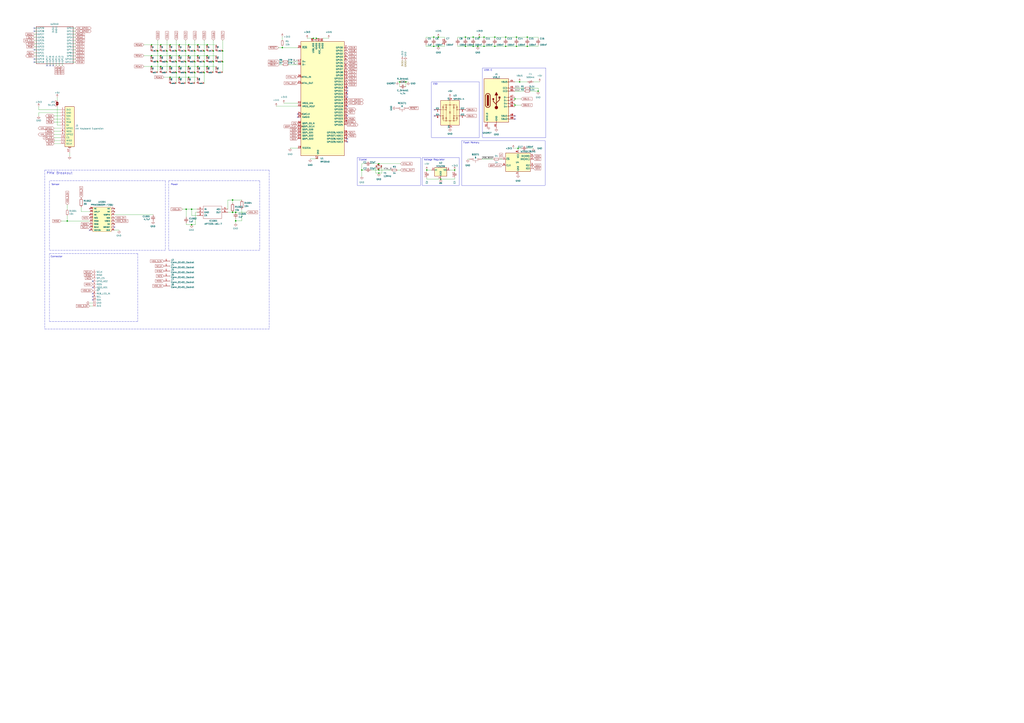
<source format=kicad_sch>
(kicad_sch (version 20230121) (generator eeschema)
  (paper "A1")
  (junction (at 422.91 86.36))
  (junction (at 433.07 38.1))
  (junction (at 350.52 139.7) (diameter 0.9144))
  (junction (at 154.94 63.5))
  (junction (at 132.08 54.61))
  (junction (at 167.64 59.69))
  (junction (at 356.235 30.48))
  (junction (at 388.62 30.48))
  (junction (at 397.51 38.1))
  (junction (at 124.46 54.61))
  (junction (at 170.18 45.72))
  (junction (at 139.7 63.5))
  (junction (at 425.45 121.92))
  (junction (at 406.4 38.1))
  (junction (at 191.008 164.338) (diameter 1.016))
  (junction (at 311.15 139.7))
  (junction (at 144.78 41.91))
  (junction (at 124.46 45.72))
  (junction (at 147.32 54.61))
  (junction (at 160.02 59.69))
  (junction (at 193.548 174.498) (diameter 1.016))
  (junction (at 297.18 139.7))
  (junction (at 426.72 67.31))
  (junction (at 154.94 36.83))
  (junction (at 139.7 45.72))
  (junction (at 162.56 36.83))
  (junction (at 147.32 36.83))
  (junction (at 167.64 50.8))
  (junction (at 162.56 54.61))
  (junction (at 257.302 31.496))
  (junction (at 162.56 45.72))
  (junction (at 415.29 38.1))
  (junction (at 356.235 38.1))
  (junction (at 193.548 181.483) (diameter 1.016))
  (junction (at 137.16 50.8))
  (junction (at 152.4 50.8))
  (junction (at 382.27 38.1))
  (junction (at 124.46 36.83))
  (junction (at 433.07 30.48))
  (junction (at 154.94 45.72))
  (junction (at 157.353 171.958) (diameter 1.016))
  (junction (at 139.7 36.83))
  (junction (at 152.908 171.958) (diameter 1.016))
  (junction (at 191.008 174.498) (diameter 1.016))
  (junction (at 231.902 39.116))
  (junction (at 406.4 30.48))
  (junction (at 424.18 30.48))
  (junction (at 154.94 54.61))
  (junction (at 361.95 147.32) (diameter 0.9144))
  (junction (at 333.375 67.31))
  (junction (at 129.54 50.8))
  (junction (at 129.54 41.91))
  (junction (at 393.7 30.48))
  (junction (at 415.29 30.48))
  (junction (at 328.295 67.31))
  (junction (at 424.18 38.1))
  (junction (at 167.64 41.91))
  (junction (at 132.08 45.72))
  (junction (at 170.18 36.83))
  (junction (at 397.51 30.48))
  (junction (at 160.02 41.91))
  (junction (at 137.16 41.91))
  (junction (at 441.96 74.93))
  (junction (at 422.91 81.28))
  (junction (at 182.88 41.91))
  (junction (at 147.32 45.72))
  (junction (at 144.78 59.69))
  (junction (at 175.26 50.8))
  (junction (at 311.15 142.24))
  (junction (at 139.7 54.61))
  (junction (at 360.045 30.48))
  (junction (at 311.15 134.62))
  (junction (at 147.32 63.5))
  (junction (at 382.27 30.48))
  (junction (at 392.43 38.1))
  (junction (at 55.245 181.61) (diameter 1.016))
  (junction (at 132.08 36.83))
  (junction (at 388.62 38.1))
  (junction (at 259.842 31.496))
  (junction (at 175.26 41.91))
  (junction (at 157.353 184.658) (diameter 1.016))
  (junction (at 373.38 139.7) (diameter 0.9144))
  (junction (at 170.18 54.61))
  (junction (at 144.78 50.8))
  (junction (at 152.4 41.91))
  (junction (at 152.4 59.69))
  (junction (at 160.02 50.8))
  (junction (at 360.045 38.1))
  (junction (at 182.88 50.8))
  (no_connect (at 28.194 51.054))
  (no_connect (at 73.66 189.23))
  (no_connect (at 285.242 94.996))
  (no_connect (at 43.688 53.848))
  (no_connect (at 285.242 72.136))
  (no_connect (at 93.98 186.69))
  (no_connect (at 76.2 246.38))
  (no_connect (at 244.602 96.266))
  (no_connect (at 285.242 87.376))
  (no_connect (at 41.148 53.848))
  (no_connect (at 28.194 40.894))
  (no_connect (at 422.91 97.79))
  (no_connect (at 244.602 93.726))
  (no_connect (at 285.242 114.046))
  (no_connect (at 76.2 236.22))
  (no_connect (at 28.194 48.514))
  (no_connect (at 285.242 77.216))
  (no_connect (at 422.91 95.25))
  (no_connect (at 28.194 23.114))
  (no_connect (at 76.2 243.84))
  (no_connect (at 285.242 74.676))
  (no_connect (at 285.242 116.586))
  (no_connect (at 356.87 95.25))
  (no_connect (at 28.194 25.654))
  (no_connect (at 356.87 90.17))
  (no_connect (at 285.242 79.756))
  (no_connect (at 76.2 231.14))
  (no_connect (at 38.608 53.848))
  (no_connect (at 76.2 241.3))
  (wire (pts (xy 435.61 72.39) (xy 441.96 72.39)))
  (wire (pts (xy 182.88 33.02) (xy 182.88 41.91)))
  (wire (pts (xy 349.885 38.1) (xy 356.235 38.1)))
  (wire (pts (xy 160.02 33.02) (xy 160.02 41.91)))
  (wire (pts (xy 382.27 38.1) (xy 388.62 38.1)))
  (wire (pts (xy 46.99 80.01) (xy 46.99 82.55)))
  (wire (pts (xy 328.295 67.31) (xy 328.295 71.12)))
  (wire (pts (xy 182.88 41.91) (xy 182.88 50.8)))
  (wire (pts (xy 41.148 53.848) (xy 41.148 52.324)))
  (wire (pts (xy 259.842 31.496) (xy 262.382 31.496)))
  (wire (pts (xy 397.51 38.1) (xy 397.51 36.83)))
  (wire (pts (xy 365.125 38.1) (xy 365.125 36.83)))
  (wire (pts (xy 38.608 53.848) (xy 38.608 52.324)))
  (wire (pts (xy 46.228 53.848) (xy 46.228 52.324)))
  (wire (pts (xy 313.69 142.24) (xy 311.15 142.24)))
  (wire (pts (xy 162.56 36.83) (xy 170.18 36.83)))
  (wire (pts (xy 73.66 248.92) (xy 76.2 248.92)))
  (wire (pts (xy 118.11 36.83) (xy 124.46 36.83)))
  (wire (pts (xy 144.78 41.91) (xy 144.78 50.8)))
  (wire (pts (xy 160.02 59.69) (xy 160.02 68.58)))
  (wire (pts (xy 375.92 31.75) (xy 375.92 30.48)))
  (wire (pts (xy 55.245 168.275) (xy 55.245 172.085)))
  (wire (pts (xy 162.56 45.72) (xy 170.18 45.72)))
  (wire (pts (xy 28.194 30.734) (xy 29.718 30.734)))
  (wire (pts (xy 44.45 100.33) (xy 49.53 100.33)))
  (wire (pts (xy 31.75 92.71) (xy 31.75 95.25)))
  (wire (pts (xy 118.11 45.72) (xy 124.46 45.72)))
  (wire (pts (xy 152.908 184.658) (xy 152.908 183.388)))
  (wire (pts (xy 350.52 139.7) (xy 354.33 139.7)))
  (wire (pts (xy 93.98 189.23) (xy 97.79 189.23)))
  (wire (pts (xy 43.688 53.848) (xy 43.688 52.324)))
  (wire (pts (xy 149.733 171.958) (xy 152.908 171.958)))
  (wire (pts (xy 28.194 25.654) (xy 29.718 25.654)))
  (wire (pts (xy 382.27 30.48) (xy 382.27 31.75)))
  (wire (pts (xy 154.94 63.5) (xy 162.56 63.5)))
  (wire (pts (xy 264.922 31.496) (xy 270.002 31.496)))
  (wire (pts (xy 433.07 38.1) (xy 433.07 36.83)))
  (wire (pts (xy 422.91 81.28) (xy 422.91 82.55)))
  (wire (pts (xy 441.96 30.48) (xy 441.96 31.75)))
  (polyline (pts (xy 138.43 148.59) (xy 213.36 148.59)) (stroke (width 0) (type dash)))
  (polyline (pts (xy 138.43 148.59) (xy 138.43 205.74)) (stroke (width 0) (type dash)))
  (wire (pts (xy 388.62 30.48) (xy 382.27 30.48)))
  (wire (pts (xy 422.91 81.28) (xy 427.99 81.28)))
  (wire (pts (xy 397.51 38.1) (xy 406.4 38.1)))
  (wire (pts (xy 170.18 54.61) (xy 177.8 54.61)))
  (wire (pts (xy 308.61 142.24) (xy 311.15 142.24)))
  (wire (pts (xy 60.198 23.114) (xy 61.722 23.114)))
  (wire (pts (xy 424.18 30.48) (xy 424.18 31.75)))
  (wire (pts (xy 311.15 139.7) (xy 321.31 139.7)))
  (wire (pts (xy 139.7 54.61) (xy 147.32 54.61)))
  (wire (pts (xy 152.4 50.8) (xy 152.4 59.69)))
  (wire (pts (xy 44.45 110.49) (xy 49.53 110.49)))
  (wire (pts (xy 415.29 38.1) (xy 424.18 38.1)))
  (wire (pts (xy 44.45 95.25) (xy 49.53 95.25)))
  (polyline (pts (xy 213.36 205.74) (xy 138.43 205.74)) (stroke (width 0) (type dash)))
  (wire (pts (xy 236.982 50.546) (xy 244.602 50.546)))
  (wire (pts (xy 167.64 41.91) (xy 167.64 50.8)))
  (wire (pts (xy 333.375 67.31) (xy 335.28 67.31)))
  (wire (pts (xy 31.75 87.63) (xy 31.75 90.17)))
  (wire (pts (xy 326.39 67.31) (xy 328.295 67.31)))
  (wire (pts (xy 157.353 177.038) (xy 157.353 171.958)))
  (polyline (pts (xy 40.64 208.28) (xy 113.03 208.28)) (stroke (width 0) (type dash)))
  (wire (pts (xy 161.798 177.038) (xy 157.353 177.038)))
  (wire (pts (xy 60.198 30.734) (xy 61.722 30.734)))
  (wire (pts (xy 228.727 39.116) (xy 231.902 39.116)))
  (wire (pts (xy 60.198 40.894) (xy 61.722 40.894)))
  (wire (pts (xy 356.235 38.1) (xy 360.045 38.1)))
  (wire (pts (xy 435.61 74.93) (xy 441.96 74.93)))
  (wire (pts (xy 365.125 30.48) (xy 365.125 31.75)))
  (wire (pts (xy 132.08 45.72) (xy 139.7 45.72)))
  (wire (pts (xy 422.91 74.93) (xy 430.53 74.93)))
  (wire (pts (xy 46.99 87.63) (xy 46.99 102.87)))
  (wire (pts (xy 433.07 30.48) (xy 441.96 30.48)))
  (wire (pts (xy 388.62 36.83) (xy 388.62 38.1)))
  (wire (pts (xy 60.198 51.054) (xy 61.722 51.054)))
  (wire (pts (xy 73.66 173.99) (xy 66.675 173.99)))
  (polyline (pts (xy 36.83 270.51) (xy 220.98 270.51)) (stroke (width 0) (type dash)))
  (polyline (pts (xy 135.89 205.74) (xy 40.64 205.74)) (stroke (width 0) (type dash)))
  (wire (pts (xy 392.43 38.1) (xy 397.51 38.1)))
  (wire (pts (xy 308.61 137.16) (xy 308.61 142.24)))
  (wire (pts (xy 66.675 173.99) (xy 66.675 170.18)))
  (wire (pts (xy 360.045 30.48) (xy 356.235 30.48)))
  (polyline (pts (xy 40.64 208.28) (xy 40.64 264.16)) (stroke (width 0) (type dash)))
  (wire (pts (xy 350.52 146.05) (xy 350.52 147.32)))
  (wire (pts (xy 167.64 33.02) (xy 167.64 41.91)))
  (wire (pts (xy 297.18 134.62) (xy 297.18 139.7)))
  (wire (pts (xy 139.7 63.5) (xy 147.32 63.5)))
  (wire (pts (xy 384.175 130.81) (xy 385.445 130.81)))
  (wire (pts (xy 425.45 121.92) (xy 427.99 121.92)))
  (wire (pts (xy 73.66 251.46) (xy 76.2 251.46)))
  (wire (pts (xy 170.18 36.83) (xy 177.8 36.83)))
  (wire (pts (xy 425.45 121.92) (xy 425.45 123.19)))
  (wire (pts (xy 193.548 174.498) (xy 202.438 174.498)))
  (wire (pts (xy 60.198 43.434) (xy 61.722 43.434)))
  (polyline (pts (xy 41.275 148.59) (xy 135.89 148.59)) (stroke (width 0) (type dash)))
  (wire (pts (xy 349.885 30.48) (xy 349.885 31.75)))
  (wire (pts (xy 144.78 33.02) (xy 144.78 41.91)))
  (wire (pts (xy 229.362 53.086) (xy 231.902 53.086)))
  (wire (pts (xy 160.528 174.498) (xy 160.528 184.658)))
  (wire (pts (xy 144.78 59.69) (xy 144.78 68.58)))
  (wire (pts (xy 361.95 147.32) (xy 350.52 147.32)))
  (wire (pts (xy 193.548 181.483) (xy 193.548 183.388)))
  (wire (pts (xy 421.64 121.92) (xy 425.45 121.92)))
  (wire (pts (xy 361.95 147.32) (xy 373.38 147.32)))
  (wire (pts (xy 132.08 36.83) (xy 139.7 36.83)))
  (polyline (pts (xy 36.83 139.7) (xy 36.83 270.51)) (stroke (width 0) (type dash)))
  (wire (pts (xy 152.4 59.69) (xy 152.4 68.58)))
  (wire (pts (xy 415.29 30.48) (xy 415.29 31.75)))
  (wire (pts (xy 433.07 38.1) (xy 441.96 38.1)))
  (wire (pts (xy 297.18 139.7) (xy 297.18 144.78)))
  (wire (pts (xy 388.62 30.48) (xy 388.62 31.75)))
  (wire (pts (xy 28.194 28.194) (xy 29.718 28.194)))
  (wire (pts (xy 297.18 139.7) (xy 299.72 139.7)))
  (wire (pts (xy 170.18 45.72) (xy 177.8 45.72)))
  (wire (pts (xy 51.308 53.848) (xy 51.308 52.324)))
  (wire (pts (xy 231.902 37.846) (xy 231.902 39.116)))
  (wire (pts (xy 441.96 38.1) (xy 441.96 36.83)))
  (wire (pts (xy 395.605 130.81) (xy 405.13 130.81)))
  (wire (pts (xy 48.768 53.848) (xy 48.768 52.324)))
  (wire (pts (xy 129.54 33.02) (xy 129.54 41.91)))
  (wire (pts (xy 231.902 30.226) (xy 231.902 32.766)))
  (wire (pts (xy 152.4 41.91) (xy 152.4 50.8)))
  (wire (pts (xy 191.008 164.338) (xy 198.628 164.338)))
  (polyline (pts (xy 135.89 148.59) (xy 135.89 205.74)) (stroke (width 0) (type dash)))
  (wire (pts (xy 28.194 38.354) (xy 29.718 38.354)))
  (wire (pts (xy 304.8 134.62) (xy 311.15 134.62)))
  (wire (pts (xy 175.26 41.91) (xy 175.26 50.8)))
  (wire (pts (xy 118.11 54.61) (xy 124.46 54.61)))
  (wire (pts (xy 60.198 45.974) (xy 61.722 45.974)))
  (wire (pts (xy 356.235 36.83) (xy 356.235 38.1)))
  (wire (pts (xy 410.21 130.81) (xy 412.75 130.81)))
  (wire (pts (xy 350.52 139.7) (xy 350.52 140.97)))
  (wire (pts (xy 424.18 36.83) (xy 424.18 38.1)))
  (wire (pts (xy 356.235 30.48) (xy 356.235 31.75)))
  (wire (pts (xy 31.75 92.71) (xy 49.53 92.71)))
  (wire (pts (xy 333.375 67.31) (xy 333.375 71.12)))
  (wire (pts (xy 28.194 45.974) (xy 29.718 45.974)))
  (wire (pts (xy 438.15 67.31) (xy 443.23 67.31)))
  (wire (pts (xy 152.908 171.958) (xy 157.353 171.958)))
  (wire (pts (xy 167.64 50.8) (xy 167.64 59.69)))
  (wire (pts (xy 426.72 67.31) (xy 433.07 67.31)))
  (wire (pts (xy 349.885 36.83) (xy 349.885 38.1)))
  (polyline (pts (xy 40.64 148.59) (xy 40.64 205.74)) (stroke (width 0) (type dash)))
  (wire (pts (xy 360.045 30.48) (xy 365.125 30.48)))
  (wire (pts (xy 93.98 176.53) (xy 125.73 176.53)))
  (wire (pts (xy 28.194 43.434) (xy 29.718 43.434)))
  (wire (pts (xy 147.32 45.72) (xy 154.94 45.72)))
  (wire (pts (xy 157.353 171.958) (xy 161.798 171.958)))
  (wire (pts (xy 406.4 30.48) (xy 406.4 31.75)))
  (wire (pts (xy 157.353 184.658) (xy 152.908 184.658)))
  (wire (pts (xy 154.94 54.61) (xy 162.56 54.61)))
  (wire (pts (xy 152.908 171.958) (xy 152.908 178.308)))
  (wire (pts (xy 28.194 33.274) (xy 29.718 33.274)))
  (wire (pts (xy 44.45 118.11) (xy 49.53 118.11)))
  (wire (pts (xy 160.02 50.8) (xy 160.02 59.69)))
  (wire (pts (xy 236.982 53.086) (xy 244.602 53.086)))
  (wire (pts (xy 433.07 121.92) (xy 438.15 121.92)))
  (wire (pts (xy 191.008 164.338) (xy 191.008 166.878)))
  (wire (pts (xy 60.198 25.654) (xy 61.722 25.654)))
  (wire (pts (xy 124.46 45.72) (xy 132.08 45.72)))
  (polyline (pts (xy 113.03 264.16) (xy 40.64 264.16)) (stroke (width 0) (type dash)))
  (wire (pts (xy 233.172 84.836) (xy 244.602 84.836)))
  (wire (pts (xy 254.762 130.556) (xy 261.112 130.556)))
  (wire (pts (xy 161.798 174.498) (xy 160.528 174.498)))
  (wire (pts (xy 175.26 50.8) (xy 175.26 59.69)))
  (wire (pts (xy 44.45 105.41) (xy 49.53 105.41)))
  (wire (pts (xy 137.16 50.8) (xy 137.16 59.69)))
  (wire (pts (xy 175.26 33.02) (xy 175.26 41.91)))
  (wire (pts (xy 422.91 72.39) (xy 430.53 72.39)))
  (wire (pts (xy 406.4 38.1) (xy 415.29 38.1)))
  (polyline (pts (xy 213.36 148.59) (xy 213.36 205.74)) (stroke (width 0) (type dash)))
  (wire (pts (xy 422.91 86.36) (xy 422.91 87.63)))
  (wire (pts (xy 369.57 139.7) (xy 373.38 139.7)))
  (wire (pts (xy 304.8 139.7) (xy 311.15 139.7)))
  (wire (pts (xy 360.045 38.1) (xy 365.125 38.1)))
  (wire (pts (xy 132.08 54.61) (xy 139.7 54.61)))
  (wire (pts (xy 167.64 59.69) (xy 167.64 68.58)))
  (wire (pts (xy 191.008 174.498) (xy 193.548 174.498)))
  (wire (pts (xy 139.7 45.72) (xy 147.32 45.72)))
  (wire (pts (xy 187.198 164.338) (xy 191.008 164.338)))
  (wire (pts (xy 60.198 35.814) (xy 61.722 35.814)))
  (wire (pts (xy 375.92 36.83) (xy 375.92 38.1)))
  (wire (pts (xy 124.46 36.83) (xy 132.08 36.83)))
  (wire (pts (xy 422.91 85.09) (xy 422.91 86.36)))
  (wire (pts (xy 44.45 107.95) (xy 49.53 107.95)))
  (wire (pts (xy 134.62 63.5) (xy 139.7 63.5)))
  (wire (pts (xy 129.54 50.8) (xy 129.54 59.69)))
  (wire (pts (xy 257.302 31.496) (xy 259.842 31.496)))
  (wire (pts (xy 129.54 41.91) (xy 129.54 50.8)))
  (wire (pts (xy 28.194 48.514) (xy 29.718 48.514)))
  (wire (pts (xy 60.198 48.514) (xy 61.722 48.514)))
  (wire (pts (xy 231.902 39.116) (xy 244.602 39.116)))
  (wire (pts (xy 60.198 38.354) (xy 61.722 38.354)))
  (wire (pts (xy 154.94 45.72) (xy 162.56 45.72)))
  (wire (pts (xy 422.91 86.36) (xy 427.99 86.36)))
  (wire (pts (xy 415.29 30.48) (xy 424.18 30.48)))
  (wire (pts (xy 373.38 139.7) (xy 373.38 140.97)))
  (wire (pts (xy 382.27 36.83) (xy 382.27 38.1)))
  (wire (pts (xy 422.91 67.31) (xy 426.72 67.31)))
  (wire (pts (xy 124.46 54.61) (xy 132.08 54.61)))
  (wire (pts (xy 31.75 90.17) (xy 49.53 90.17)))
  (wire (pts (xy 147.32 63.5) (xy 154.94 63.5)))
  (wire (pts (xy 388.62 30.48) (xy 393.7 30.48)))
  (wire (pts (xy 311.15 134.62) (xy 328.93 134.62)))
  (wire (pts (xy 144.78 50.8) (xy 144.78 59.69)))
  (wire (pts (xy 137.16 41.91) (xy 137.16 50.8)))
  (wire (pts (xy 28.194 51.054) (xy 29.718 51.054)))
  (wire (pts (xy 299.72 134.62) (xy 297.18 134.62)))
  (wire (pts (xy 424.18 38.1) (xy 433.07 38.1)))
  (wire (pts (xy 154.94 36.83) (xy 162.56 36.83)))
  (wire (pts (xy 441.96 72.39) (xy 441.96 74.93)))
  (wire (pts (xy 160.528 184.658) (xy 157.353 184.658)))
  (wire (pts (xy 147.32 54.61) (xy 154.94 54.61)))
  (wire (pts (xy 28.194 40.894) (xy 29.718 40.894)))
  (wire (pts (xy 162.56 54.61) (xy 170.18 54.61)))
  (wire (pts (xy 152.4 33.02) (xy 152.4 41.91)))
  (wire (pts (xy 356.235 30.48) (xy 349.885 30.48)))
  (wire (pts (xy 198.628 171.958) (xy 198.628 181.483)))
  (wire (pts (xy 44.45 113.03) (xy 49.53 113.03)))
  (wire (pts (xy 28.194 35.814) (xy 29.718 35.814)))
  (wire (pts (xy 187.198 164.338) (xy 187.198 171.958)))
  (wire (pts (xy 238.252 121.666) (xy 244.602 121.666)))
  (wire (pts (xy 137.16 33.02) (xy 137.16 41.91)))
  (wire (pts (xy 375.92 30.48) (xy 382.27 30.48)))
  (wire (pts (xy 44.45 115.57) (xy 49.53 115.57)))
  (wire (pts (xy 373.38 146.05) (xy 373.38 147.32)))
  (wire (pts (xy 44.45 97.79) (xy 49.53 97.79)))
  (wire (pts (xy 50.165 181.61) (xy 55.245 181.61)))
  (wire (pts (xy 397.51 30.48) (xy 406.4 30.48)))
  (wire (pts (xy 388.62 38.1) (xy 392.43 38.1)))
  (wire (pts (xy 326.39 139.7) (xy 328.93 139.7)))
  (wire (pts (xy 198.628 181.483) (xy 193.548 181.483)))
  (wire (pts (xy 160.02 41.91) (xy 160.02 50.8)))
  (wire (pts (xy 397.51 30.48) (xy 397.51 31.75)))
  (polyline (pts (xy 220.98 139.7) (xy 220.98 270.51)) (stroke (width 0) (type dash)))
  (wire (pts (xy 313.69 137.16) (xy 313.69 142.24)))
  (wire (pts (xy 55.245 177.165) (xy 55.245 181.61)))
  (wire (pts (xy 252.222 31.496) (xy 257.302 31.496)))
  (wire (pts (xy 244.602 87.376) (xy 226.822 87.376)))
  (wire (pts (xy 406.4 38.1) (xy 406.4 36.83)))
  (wire (pts (xy 433.07 30.48) (xy 433.07 31.75)))
  (polyline (pts (xy 113.03 208.28) (xy 113.03 264.16)) (stroke (width 0) (type dash)))
  (wire (pts (xy 28.194 23.114) (xy 29.718 23.114)))
  (wire (pts (xy 57.15 125.73) (xy 57.15 128.27)))
  (wire (pts (xy 55.245 181.61) (xy 73.66 181.61)))
  (wire (pts (xy 415.29 36.83) (xy 415.29 38.1)))
  (wire (pts (xy 393.7 30.48) (xy 397.51 30.48)))
  (wire (pts (xy 422.91 80.01) (xy 422.91 81.28)))
  (wire (pts (xy 60.198 33.274) (xy 61.722 33.274)))
  (wire (pts (xy 182.88 50.8) (xy 182.88 59.69)))
  (wire (pts (xy 60.198 28.194) (xy 61.722 28.194)))
  (wire (pts (xy 375.92 38.1) (xy 382.27 38.1)))
  (wire (pts (xy 147.32 36.83) (xy 154.94 36.83)))
  (wire (pts (xy 187.198 174.498) (xy 191.008 174.498)))
  (wire (pts (xy 46.99 102.87) (xy 49.53 102.87)))
  (wire (pts (xy 193.548 179.578) (xy 193.548 181.483)))
  (wire (pts (xy 406.4 30.48) (xy 415.29 30.48)))
  (wire (pts (xy 139.7 36.83) (xy 147.32 36.83)))
  (wire (pts (xy 229.362 50.546) (xy 231.902 50.546)))
  (wire (pts (xy 424.18 30.48) (xy 433.07 30.48)))
  (polyline (pts (xy 36.83 139.7) (xy 220.98 139.7)) (stroke (width 0) (type dash)))
  (rectangle (start 396.24 55.88) (end 448.31 113.03))
  (rectangle (start 379.095 115.57) (end 447.675 152.4))
  (rectangle (start 354.33 67.31) (end 393.7 113.03))
  (rectangle (start 293.37 129.54) (end 345.44 152.4))
  (rectangle (start 346.71 129.54) (end 377.19 152.4))
  (text "Sensor" (at 48.895 152.4 0) (effects (font (size 1.27 1.27)) (justify right bottom)))
  (text "Connector" (at 51.308 211.709 0) (effects (font (size 1.27 1.27)) (justify right bottom)))
  (text "ESD" (at 355.6 69.85 0) (effects (font (size 1.27 1.27)) (justify left bottom)))
  (text "Voltage Regulator" (at 347.98 132.08 0) (effects (font (size 1.27 1.27)) (justify left bottom)))
  (text "Flash Memory" (at 380.365 118.11 0) (effects (font (size 1.27 1.27)) (justify left bottom)))
  (text "PMW Breakout" (at 38.1 143.51 0) (effects (font (size 2 2)) (justify left bottom)))
  (text "Power" (at 146.177 152.4 0) (effects (font (size 1.27 1.27)) (justify right bottom)))
  (text "Crystal" (at 294.64 132.08 0) (effects (font (size 1.27 1.27)) (justify left bottom)))
  (text "USB-C" (at 397.51 58.42 0) (effects (font (size 1.27 1.27)) (justify left bottom)))
  (label "CC1" (at 422.91 72.39 0))
  (label "~{USB_BOOT}" (at 395.605 130.81 0))
  (label "XTAL_O" (at 314.96 139.7 0))
  (label "D_-" (at 240.792 53.086 0))
  (label "D_+" (at 240.792 50.546 0))
  (label "CC2" (at 422.91 74.93 0))
  (global_label "RGB" (shape input) (at 44.45 100.33 180) (property "Intersheetrefs" "${INTERSHEET_REFS}" (effects hide)))
  (global_label "DBUS-" (shape input) (at 382.27 95.25 0) (property "Intersheetrefs" "${INTERSHEET_REFS}" (effects hide)))
  (global_label "MISO" (shape input) (at 50.165 181.61 180) (property "Intersheetrefs" "${INTERSHEET_REFS}" (effects hide)))
  (global_label "COL8" (shape input) (at 285.242 41.656 0) (property "Intersheetrefs" "${INTERSHEET_REFS}" (effects hide)))
  (global_label "COL1" (shape input) (at 285.242 67.056 0) (property "Intersheetrefs" "${INTERSHEET_REFS}" (effects hide)))
  (global_label "SD2" (shape input) (at 244.602 111.506 180) (property "Intersheetrefs" "${INTERSHEET_REFS}" (effects hide)))
  (global_label "COL3" (shape input) (at 152.4 33.02 90) (property "Intersheetrefs" "${INTERSHEET_REFS}" (effects hide)))
  (global_label "COL7" (shape input) (at 51.308 53.848 270) (property "Intersheetrefs" "${INTERSHEET_REFS}" (effects hide)))
  (global_label "CS" (shape input) (at 411.48 130.81 90) (property "Intersheetrefs" "${INTERSHEET_REFS}" (effects hide)))
  (global_label "VIK_GPIO1" (shape bidirectional) (at 285.242 82.296 0) (property "Intersheetrefs" "${INTERSHEET_REFS}" (effects hide)))
  (global_label "ROW0" (shape input) (at 118.11 36.83 180) (property "Intersheetrefs" "${INTERSHEET_REFS}" (effects hide)))
  (global_label "MOSI" (shape input) (at 28.194 28.194 180) (property "Intersheetrefs" "${INTERSHEET_REFS}" (effects hide)))
  (global_label "COL3" (shape input) (at 285.242 61.976 0) (property "Intersheetrefs" "${INTERSHEET_REFS}" (effects hide)))
  (global_label "SCLK" (shape input) (at 73.66 186.69 180) (property "Intersheetrefs" "${INTERSHEET_REFS}" (effects hide)))
  (global_label "SCK" (shape input) (at 28.194 30.734 180) (property "Intersheetrefs" "${INTERSHEET_REFS}" (effects hide)))
  (global_label "ROW2" (shape input) (at 118.11 54.61 180) (property "Intersheetrefs" "${INTERSHEET_REFS}" (effects hide)))
  (global_label "MOSI" (shape input) (at 285.242 111.506 0) (property "Intersheetrefs" "${INTERSHEET_REFS}" (effects hide)))
  (global_label "ROW0" (shape input) (at 285.242 51.816 0) (property "Intersheetrefs" "${INTERSHEET_REFS}" (effects hide)))
  (global_label "COL4" (shape input) (at 285.242 59.436 0) (property "Intersheetrefs" "${INTERSHEET_REFS}" (effects hide)))
  (global_label "MOSI" (shape input) (at 44.45 107.95 180) (property "Intersheetrefs" "${INTERSHEET_REFS}" (effects hide)))
  (global_label "VIK_GPIO2" (shape bidirectional) (at 61.722 25.654 0) (property "Intersheetrefs" "${INTERSHEET_REFS}" (effects hide)))
  (global_label "VDD_3.3V" (shape input) (at 73.66 251.46 180) (property "Intersheetrefs" "${INTERSHEET_REFS}" (effects hide)))
  (global_label "DBUS-" (shape input) (at 427.99 81.28 0) (property "Intersheetrefs" "${INTERSHEET_REFS}" (effects hide)))
  (global_label "NCS" (shape input) (at 76.2 228.6 180) (property "Intersheetrefs" "${INTERSHEET_REFS}" (effects hide)))
  (global_label "VDD_5V" (shape input) (at 149.733 171.958 180) (property "Intersheetrefs" "${INTERSHEET_REFS}" (effects hide)))
  (global_label "COL1" (shape input) (at 137.16 33.02 90) (property "Intersheetrefs" "${INTERSHEET_REFS}" (effects hide)))
  (global_label "VDD_3.3V" (shape input) (at 93.98 181.61 0) (property "Intersheetrefs" "${INTERSHEET_REFS}" (effects hide)))
  (global_label "VDD_5V" (shape input) (at 134.62 234.95 180) (property "Intersheetrefs" "${INTERSHEET_REFS}" (effects hide)))
  (global_label "SD0" (shape input) (at 244.602 106.426 180) (property "Intersheetrefs" "${INTERSHEET_REFS}" (effects hide)))
  (global_label "DBUS+" (shape input) (at 427.99 86.36 0) (property "Intersheetrefs" "${INTERSHEET_REFS}" (effects hide)))
  (global_label "SCLK" (shape input) (at 76.2 223.52 180) (property "Intersheetrefs" "${INTERSHEET_REFS}" (effects hide)))
  (global_label "COL8" (shape input) (at 48.768 53.848 270) (property "Intersheetrefs" "${INTERSHEET_REFS}" (effects hide)))
  (global_label "VDD_2V" (shape input) (at 66.675 162.56 90) (property "Intersheetrefs" "${INTERSHEET_REFS}" (effects hide)))
  (global_label "QSPI_CLK" (shape input) (at 244.602 103.886 180) (property "Intersheetrefs" "${INTERSHEET_REFS}" (effects hide)))
  (global_label "SD1" (shape input) (at 244.602 108.966 180) (property "Intersheetrefs" "${INTERSHEET_REFS}" (effects hide)))
  (global_label "ROW0" (shape input) (at 61.722 28.194 0) (property "Intersheetrefs" "${INTERSHEET_REFS}" (effects hide)))
  (global_label "SCL" (shape input) (at 285.242 92.456 0) (property "Intersheetrefs" "${INTERSHEET_REFS}" (effects hide)))
  (global_label "COL7" (shape input) (at 285.242 44.196 0) (property "Intersheetrefs" "${INTERSHEET_REFS}" (effects hide)))
  (global_label "RGB" (shape input) (at 28.194 38.354 180) (property "Intersheetrefs" "${INTERSHEET_REFS}" (effects hide)))
  (global_label "MISO" (shape output) (at 44.45 115.57 180) (property "Intersheetrefs" "${INTERSHEET_REFS}" (effects hide)))
  (global_label "QSPI_CLK" (shape input) (at 412.75 135.89 180) (property "Intersheetrefs" "${INTERSHEET_REFS}" (effects hide)))
  (global_label "VDD_5V" (shape input) (at 76.2 238.76 180) (property "Intersheetrefs" "${INTERSHEET_REFS}" (effects hide)))
  (global_label "ROW2" (shape input) (at 285.242 56.896 0) (property "Intersheetrefs" "${INTERSHEET_REFS}" (effects hide)))
  (global_label "COL6" (shape input) (at 61.722 51.054 0) (property "Intersheetrefs" "${INTERSHEET_REFS}" (effects hide)))
  (global_label "MISO" (shape input) (at 76.2 226.06 180) (property "Intersheetrefs" "${INTERSHEET_REFS}" (effects hide)))
  (global_label "MOSI" (shape input) (at 73.66 184.15 180) (property "Intersheetrefs" "${INTERSHEET_REFS}" (effects hide)))
  (global_label "VIK_GPIO2" (shape bidirectional) (at 44.45 110.49 180) (property "Intersheetrefs" "${INTERSHEET_REFS}" (effects hide)))
  (global_label "XTAL_OUT" (shape input) (at 328.93 139.7 0) (property "Intersheetrefs" "${INTERSHEET_REFS}" (effects hide)))
  (global_label "CS" (shape input) (at 244.602 101.346 180) (property "Intersheetrefs" "${INTERSHEET_REFS}" (effects hide)))
  (global_label "XTAL_IN" (shape input) (at 328.93 134.62 0) (property "Intersheetrefs" "${INTERSHEET_REFS}" (effects hide)))
  (global_label "DBUS+" (shape input) (at 382.27 90.17 0) (property "Intersheetrefs" "${INTERSHEET_REFS}" (effects hide)))
  (global_label "COL4" (shape input) (at 160.02 33.02 90) (property "Intersheetrefs" "${INTERSHEET_REFS}" (effects hide)))
  (global_label "SCK" (shape input) (at 285.242 108.966 0) (property "Intersheetrefs" "${INTERSHEET_REFS}" (effects hide)))
  (global_label "SCLK" (shape input) (at 134.62 218.694 180) (property "Intersheetrefs" "${INTERSHEET_REFS}" (effects hide)))
  (global_label "COL5" (shape input) (at 61.722 48.514 0) (property "Intersheetrefs" "${INTERSHEET_REFS}" (effects hide)))
  (global_label "NCS" (shape input) (at 73.66 179.07 180) (property "Intersheetrefs" "${INTERSHEET_REFS}" (effects hide)))
  (global_label "COL0" (shape input) (at 285.242 69.596 0) (property "Intersheetrefs" "${INTERSHEET_REFS}" (effects hide)))
  (global_label "VIK_CS" (shape input) (at 44.45 113.03 180) (property "Intersheetrefs" "${INTERSHEET_REFS}" (effects hide)))
  (global_label "VDD_2V" (shape input) (at 202.438 174.498 0) (property "Intersheetrefs" "${INTERSHEET_REFS}" (effects hide)))
  (global_label "COL9" (shape input) (at 46.228 53.848 270) (property "Intersheetrefs" "${INTERSHEET_REFS}" (effects hide)))
  (global_label "SD3" (shape input) (at 244.602 114.046 180) (property "Intersheetrefs" "${INTERSHEET_REFS}" (effects hide)))
  (global_label "SCK" (shape input) (at 44.45 118.11 180) (property "Intersheetrefs" "${INTERSHEET_REFS}" (effects hide)))
  (global_label "SCL" (shape input) (at 28.194 43.434 180) (property "Intersheetrefs" "${INTERSHEET_REFS}" (effects hide)))
  (global_label "COL2" (shape input) (at 144.78 33.02 90) (property "Intersheetrefs" "${INTERSHEET_REFS}" (effects hide)))
  (global_label "ROW1" (shape input) (at 118.11 45.72 180) (property "Intersheetrefs" "${INTERSHEET_REFS}" (effects hide)))
  (global_label "VIK_CS" (shape output) (at 285.242 102.616 0) (property "Intersheetrefs" "${INTERSHEET_REFS}" (effects hide)))
  (global_label "DBUS+" (shape input) (at 229.362 50.546 180) (property "Intersheetrefs" "${INTERSHEET_REFS}" (effects hide)))
  (global_label "MISO" (shape input) (at 134.62 222.758 180) (property "Intersheetrefs" "${INTERSHEET_REFS}" (effects hide)))
  (global_label "~{RESET}" (shape input) (at 335.28 88.9 0) (property "Intersheetrefs" "${INTERSHEET_REFS}" (effects hide)))
  (global_label "SDA" (shape bidirectional) (at 44.45 95.25 180) (property "Intersheetrefs" "${INTERSHEET_REFS}" (effects hide)))
  (global_label "SD3" (shape input) (at 438.15 138.43 0) (property "Intersheetrefs" "${INTERSHEET_REFS}" (effects hide)))
  (global_label "VIK_GPIO1" (shape bidirectional) (at 61.722 23.114 0) (property "Intersheetrefs" "${INTERSHEET_REFS}" (effects hide)))
  (global_label "MISO" (shape output) (at 285.242 100.076 0) (property "Intersheetrefs" "${INTERSHEET_REFS}" (effects hide)))
  (global_label "COL7" (shape input) (at 182.88 33.02 90) (property "Intersheetrefs" "${INTERSHEET_REFS}" (effects hide)))
  (global_label "COL0" (shape input) (at 129.54 33.02 90) (property "Intersheetrefs" "${INTERSHEET_REFS}" (effects hide)))
  (global_label "MOSI" (shape input) (at 134.62 230.886 180) (property "Intersheetrefs" "${INTERSHEET_REFS}" (effects hide)))
  (global_label "~{RESET}" (shape input) (at 228.727 39.116 180) (property "Intersheetrefs" "${INTERSHEET_REFS}" (effects hide)))
  (global_label "VDD_2V" (shape input) (at 93.98 179.07 0) (property "Intersheetrefs" "${INTERSHEET_REFS}" (effects hide)))
  (global_label "NCS" (shape input) (at 134.62 226.822 180) (property "Intersheetrefs" "${INTERSHEET_REFS}" (effects hide)))
  (global_label "COL0" (shape input) (at 61.722 35.814 0) (property "Intersheetrefs" "${INTERSHEET_REFS}" (effects hide)))
  (global_label "COL2" (shape input) (at 285.242 64.516 0) (property "Intersheetrefs" "${INTERSHEET_REFS}" (effects hide)))
  (global_label "COL6" (shape input) (at 285.242 46.736 0) (property "Intersheetrefs" "${INTERSHEET_REFS}" (effects hide)))
  (global_label "COL6" (shape input) (at 175.26 33.02 90) (property "Intersheetrefs" "${INTERSHEET_REFS}" (effects hide)))
  (global_label "SD2" (shape input) (at 438.15 135.89 0) (property "Intersheetrefs" "${INTERSHEET_REFS}" (effects hide)))
  (global_label "SDA" (shape bidirectional) (at 285.242 89.916 0) (property "Intersheetrefs" "${INTERSHEET_REFS}" (effects hide)))
  (global_label "COL1" (shape input) (at 61.722 38.354 0) (property "Intersheetrefs" "${INTERSHEET_REFS}" (effects hide)))
  (global_label "VDD_3.3V" (shape input) (at 134.62 214.63 180) (property "Intersheetrefs" "${INTERSHEET_REFS}" (effects hide)))
  (global_label "SD0" (shape input) (at 438.15 128.27 0) (property "Intersheetrefs" "${INTERSHEET_REFS}" (effects hide)))
  (global_label "ROW1" (shape input) (at 61.722 30.734 0) (property "Intersheetrefs" "${INTERSHEET_REFS}" (effects hide)))
  (global_label "COL5" (shape input) (at 167.64 33.02 90) (property "Intersheetrefs" "${INTERSHEET_REFS}" (effects hide)))
  (global_label "DBUS-" (shape input) (at 229.362 53.086 180) (property "Intersheetrefs" "${INTERSHEET_REFS}" (effects hide)))
  (global_label "ROW2" (shape input) (at 61.722 33.274 0) (property "Intersheetrefs" "${INTERSHEET_REFS}" (effects hide)))
  (global_label "COL4" (shape input) (at 61.722 45.974 0) (property "Intersheetrefs" "${INTERSHEET_REFS}" (effects hide)))
  (global_label "VIK_CS" (shape input) (at 28.194 33.274 180) (property "Intersheetrefs" "${INTERSHEET_REFS}" (effects hide)))
  (global_label "MOSI" (shape input) (at 76.2 233.68 180) (property "Intersheetrefs" "${INTERSHEET_REFS}" (effects hide)))
  (global_label "VDD_3.3V" (shape input) (at 55.245 168.275 90) (property "Intersheetrefs" "${INTERSHEET_REFS}" (effects hide)))
  (global_label "ROW1" (shape input) (at 285.242 54.356 0) (property "Intersheetrefs" "${INTERSHEET_REFS}" (effects hide)))
  (global_label "SCL" (shape input) (at 44.45 97.79 180) (property "Intersheetrefs" "${INTERSHEET_REFS}" (effects hide)))
  (global_label "MISO" (shape output) (at 28.194 35.814 180) (property "Intersheetrefs" "${INTERSHEET_REFS}" (effects hide)))
  (global_label "XTAL_IN" (shape input) (at 244.602 63.246 180) (property "Intersheetrefs" "${INTERSHEET_REFS}" (effects hide)))
  (global_label "XTAL_OUT" (shape input) (at 244.602 68.326 180) (property "Intersheetrefs" "${INTERSHEET_REFS}" (effects hide)))
  (global_label "VIK_GPIO2" (shape bidirectional) (at 285.242 84.836 0) (property "Intersheetrefs" "${INTERSHEET_REFS}" (effects hide)))
  (global_label "COL5" (shape input) (at 285.242 49.276 0) (property "Intersheetrefs" "${INTERSHEET_REFS}" (effects hide)))
  (global_label "COL3" (shape input) (at 61.722 43.434 0) (property "Intersheetrefs" "${INTERSHEET_REFS}" (effects hide)))
  (global_label "COL2" (shape input) (at 61.722 40.894 0) (property "Intersheetrefs" "${INTERSHEET_REFS}" (effects hide)))
  (global_label "COL9" (shape input) (at 285.242 39.116 0) (property "Intersheetrefs" "${INTERSHEET_REFS}" (effects hide)))
  (global_label "ROW3" (shape input) (at 134.62 63.5 180) (property "Intersheetrefs" "${INTERSHEET_REFS}" (effects hide)))
  (global_label "SD1" (shape input) (at 438.15 130.81 0) (property "Intersheetrefs" "${INTERSHEET_REFS}" (effects hide)))
  (global_label "RGB" (shape input) (at 285.242 97.536 0) (property "Intersheetrefs" "${INTERSHEET_REFS}" (effects hide)))
  (global_label "VIK_GPIO1" (shape bidirectional) (at 44.45 105.41 180) (property "Intersheetrefs" "${INTERSHEET_REFS}" (effects hide)))
  (global_label "SDA" (shape bidirectional) (at 28.194 45.974 180) (property "Intersheetrefs" "${INTERSHEET_REFS}" (effects hide)))
  (hierarchical_label "GND" (shape input) (at 332.994 49.53 270))
  (hierarchical_label "3V3" (shape input) (at 330.454 49.53 270))
  (symbol (lib_id "hazel:SW") (at 165.1 41.91 0) (unit 1)
    (property "Reference" "SW6" (at 165.1 41.91 0) (effects (font (size 0.64 0.64))))
    (property "Value" "SW" (effects hide))
    (property "Footprint" "miketronic_fplib:MB_KailhChoc-1U_rev_17mm" (effects hide))
  )
  (symbol (lib_id "power:GND") (at 361.95 147.32 0) (unit 1)
    (property "Reference" "#PWR049" (effects hide))
    (property "Value" "GND" (at 361.95 150.495 0) (effects (font (size 0.762 0.762))))
  )
  (symbol (lib_id "hazel:SW") (at 142.24 41.91 0) (unit 1)
    (property "Reference" "SW3" (at 142.24 41.91 0) (effects (font (size 0.64 0.64))))
    (property "Value" "SW" (effects hide))
    (property "Footprint" "miketronic_fplib:MB_KailhChoc-1U_rev_17mm" (effects hide))
  )
  (symbol (lib_id "Device:Crystal_GND24_Small") (at 311.15 137.16 90) (unit 1)
    (property "Reference" "Y1" (at 314.96 142.24 90) (effects (justify right)))
    (property "Value" "12MHz" (at 314.96 144.78 90) (effects (justify right)))
    (property "Footprint" "Crystal:Crystal_SMD_3225-4Pin_3.2x2.5mm" (effects hide))
    (property "LCSC" "C9002" (effects hide))
  )
  (symbol (lib_id "hazel:SW") (at 157.48 68.58 0) (unit 1)
    (property "Reference" "SW27" (at 157.48 68.58 0) (effects (font (size 0.64 0.64))))
    (property "Value" "SW" (effects hide))
    (property "Footprint" "miketronic_fplib:MB_KailhChoc-1U_rev_17mm" (effects hide))
  )
  (symbol (lib_id "power:GND") (at 238.252 121.666 0) (unit 1)
    (property "Reference" "#PWR015" (effects hide))
    (property "Value" "GND" (at 238.252 126.746 0))
  )
  (symbol (lib_id "hazel:SW") (at 127 41.91 0) (unit 1)
    (property "Reference" "SW1" (at 127 41.91 0) (effects (font (size 0.64 0.64))))
    (property "Value" "SW" (effects hide))
    (property "Footprint" "miketronic_fplib:MB_KailhChoc-1U_rev_17mm" (effects hide))
  )
  (symbol (lib_id "hazel:SW") (at 180.34 59.69 0) (unit 1)
    (property "Reference" "SW24" (at 180.34 59.69 0) (effects (font (size 0.64 0.64))))
    (property "Value" "SW" (effects hide))
    (property "Footprint" "miketronic_fplib:MB_KailhChoc-1U_rev_17mm" (effects hide))
  )
  (symbol (lib_name "+3V3_1") (lib_id "power:+3V3") (at 31.75 87.63 0) (unit 1)
    (property "Reference" "#PWR06" (effects hide))
    (property "Value" "+3V3" (at 31.75 83.82 0))
  )
  (symbol (lib_id "Connector:Conn_01x01_Socket") (at 139.7 230.886 0) (unit 1)
    (property "Reference" "J7" (at 140.4112 229.862 0) (effects (justify left)))
    (property "Value" "Conn_01x01_Socket" (at 140.4112 231.91 0) (effects (justify left)))
    (property "Footprint" "Connector_Wire:SolderWire-0.5sqmm_1x01_D0.9mm_OD2.3mm" (effects hide))
  )
  (symbol (lib_id "Switch:SW_Push") (at 390.525 130.81 180) (unit 1) (in_bom no)
    (property "Reference" "BOOT1" (at 390.525 127 0))
    (property "Value" "B" (at 390.525 129.54 0))
    (property "Footprint" "Button_Switch_SMD:SW_SPST_TL3342" (effects hide))
  )
  (symbol (lib_id "hazel:D") (at 147.32 66.04 90) (unit 1)
    (property "Reference" "D26" (at 148.59 66.04 0) (effects (font (size 0.64 0.64)) (justify left)))
    (property "Value" "D" (effects hide))
    (property "Footprint" "Diode_SMD:D_SOD-323" (effects hide))
  )
  (symbol (lib_id "Memory_Flash:W25Q128JVS") (at 425.45 133.35 0) (unit 1)
    (property "Reference" "U4" (at 423.545 133.35 0) (effects (justify left)))
    (property "Value" "W25Q128JVS" (at 427.4694 124.5386 0) (effects (justify left)))
    (property "Footprint" "Package_SO:SOIC-8_5.23x5.23mm_P1.27mm" (effects hide))
    (property "Datasheet" "http://www.winbond.com/resource-files/w25q128jv_dtr%20revc%2003272018%20plus.pdf" (effects hide))
    (property "LCSC" "C97521" (effects hide))
  )
  (symbol (lib_id "Device:Polyfuse_Small") (at 435.61 67.31 90) (unit 1)
    (property "Reference" "F1" (at 435.61 60.96 90))
    (property "Value" "500mA" (at 435.61 63.5 90))
    (property "Footprint" "Fuse:Fuse_1206_3216Metric" (effects hide))
    (property "LCSC" "C70076" (effects hide))
  )
  (symbol (lib_id "Switch:SW_Push") (at 330.2 88.9 180) (unit 1) (in_bom no)
    (property "Reference" "RESET1" (at 330.2 84.836 0))
    (property "Value" "R" (at 330.2 87.376 0))
    (property "Footprint" "Button_Switch_SMD:SW_SPST_TL3342" (effects hide))
  )
  (symbol (lib_id "Device:C_Small") (at 415.29 34.29 0) (unit 1)
    (property "Reference" "C13" (at 416.56 31.7499 0) (effects (justify left)))
    (property "Value" "100nF" (at 416.56 36.8299 0) (effects (justify left)))
    (property "Footprint" "Capacitor_SMD:C_0402_1005Metric" (effects hide))
    (property "LCSC" "C1525" (effects hide))
  )
  (symbol (lib_id "Device:C_Small") (at 424.18 34.29 0) (unit 1)
    (property "Reference" "C14" (at 425.45 31.7499 0) (effects (justify left)))
    (property "Value" "100nF" (at 425.45 36.8299 0) (effects (justify left)))
    (property "Footprint" "Capacitor_SMD:C_0402_1005Metric" (effects hide))
    (property "LCSC" "C1525" (effects hide))
  )
  (symbol (lib_id "sensor-rescue:PWM3360-pwm3360") (at 83.82 180.34 0) (mirror y) (unit 1)
    (property "Reference" "U1001" (at 83.82 165.989 0))
    (property "Value" "PMW3360DM-T2QU" (at 83.82 168.3004 0))
    (property "Footprint" "local:DIP-16_W10.16mm" (effects hide))
  )
  (symbol (lib_id "hazel:SW") (at 149.86 50.8 0) (unit 1)
    (property "Reference" "SW12" (at 149.86 50.8 0) (effects (font (size 0.64 0.64))))
    (property "Value" "SW" (effects hide))
    (property "Footprint" "miketronic_fplib:MB_KailhChoc-1U_rev_17mm" (effects hide))
  )
  (symbol (lib_id "hazel:D") (at 147.32 48.26 90) (unit 1)
    (property "Reference" "D12" (at 148.59 48.26 0) (effects (font (size 0.64 0.64)) (justify left)))
    (property "Value" "D" (effects hide))
    (property "Footprint" "Diode_SMD:D_SOD-323" (effects hide))
  )
  (symbol (lib_id "power:GND") (at 125.73 181.61 0) (mirror y) (unit 1)
    (property "Reference" "#PWR04" (effects hide))
    (property "Value" "GND" (at 125.603 186.0042 0))
  )
  (symbol (lib_id "hazel:SW") (at 142.24 50.8 0) (unit 1)
    (property "Reference" "SW11" (at 142.24 50.8 0) (effects (font (size 0.64 0.64))))
    (property "Value" "SW" (effects hide))
    (property "Footprint" "miketronic_fplib:MB_KailhChoc-1U_rev_17mm" (effects hide))
  )
  (symbol (lib_id "hazel:SW") (at 157.48 50.8 0) (unit 1)
    (property "Reference" "SW13" (at 157.48 50.8 0) (effects (font (size 0.64 0.64))))
    (property "Value" "SW" (effects hide))
    (property "Footprint" "miketronic_fplib:MB_KailhChoc-1U_rev_17mm" (effects hide))
  )
  (symbol (lib_id "hazel:D") (at 154.94 48.26 90) (unit 1)
    (property "Reference" "D13" (at 156.21 48.26 0) (effects (font (size 0.64 0.64)) (justify left)))
    (property "Value" "D" (effects hide))
    (property "Footprint" "Diode_SMD:D_SOD-323" (effects hide))
  )
  (symbol (lib_id "hazel:SW") (at 134.62 59.69 0) (unit 1)
    (property "Reference" "SW18" (at 134.62 59.69 0) (effects (font (size 0.64 0.64))))
    (property "Value" "SW" (effects hide))
    (property "Footprint" "miketronic_fplib:MB_KailhChoc-1U_rev_17mm" (effects hide))
  )
  (symbol (lib_id "power:+3V3") (at 233.172 84.836 0) (unit 1)
    (property "Reference" "#PWR014" (effects hide))
    (property "Value" "+3V3" (at 233.172 79.756 0))
  )
  (symbol (lib_id "Device:C_Small") (at 330.835 71.12 270) (unit 1)
    (property "Reference" "C_Shield1" (at 330.835 74.295 90))
    (property "Value" "4.7n" (at 330.835 76.835 90))
    (property "Footprint" "Capacitor_SMD:C_0402_1005Metric" (effects hide))
  )
  (symbol (lib_id "Device:C_Small") (at 406.4 34.29 0) (unit 1)
    (property "Reference" "C12" (at 407.67 31.7499 0) (effects (justify left)))
    (property "Value" "100nF" (at 407.67 36.8299 0) (effects (justify left)))
    (property "Footprint" "Capacitor_SMD:C_0402_1005Metric" (effects hide))
    (property "LCSC" "C1525" (effects hide))
  )
  (symbol (lib_id "Connector:Conn_01x01_Socket") (at 139.7 218.694 0) (unit 1)
    (property "Reference" "J4" (at 140.4112 217.67 0) (effects (justify left)))
    (property "Value" "Conn_01x01_Socket" (at 140.4112 219.718 0) (effects (justify left)))
    (property "Footprint" "Connector_Wire:SolderWire-0.5sqmm_1x01_D0.9mm_OD2.3mm" (effects hide))
  )
  (symbol (lib_id "hazel:D") (at 162.56 48.26 90) (unit 1)
    (property "Reference" "D14" (at 163.83 48.26 0) (effects (font (size 0.64 0.64)) (justify left)))
    (property "Value" "D" (effects hide))
    (property "Footprint" "Diode_SMD:D_SOD-323" (effects hide))
  )
  (symbol (lib_id "hazel:SW") (at 149.86 59.69 0) (unit 1)
    (property "Reference" "SW20" (at 149.86 59.69 0) (effects (font (size 0.64 0.64))))
    (property "Value" "SW" (effects hide))
    (property "Footprint" "miketronic_fplib:MB_KailhChoc-1U_rev_17mm" (effects hide))
  )
  (symbol (lib_id "hazel:SW") (at 142.24 68.58 0) (unit 1)
    (property "Reference" "SW25" (at 142.24 68.58 0) (effects (font (size 0.64 0.64))))
    (property "Value" "SW" (effects hide))
    (property "Footprint" "miketronic_fplib:MB_KailhChoc-1U_rev_17mm" (effects hide))
  )
  (symbol (lib_id "Device:R_Small") (at 407.67 130.81 90) (unit 1)
    (property "Reference" "R4" (at 407.67 128.27 90))
    (property "Value" "1k" (at 407.67 133.35 90))
    (property "Footprint" "Resistor_SMD:R_0402_1005Metric" (effects hide))
    (property "LCSC" "C11702" (effects hide))
  )
  (symbol (lib_id "Device:R_Small") (at 231.902 35.306 0) (unit 1)
    (property "Reference" "R5" (at 234.442 34.0359 0) (effects (justify left)))
    (property "Value" "10k" (at 234.442 36.5759 0) (effects (justify left)))
    (property "Footprint" "Resistor_SMD:R_0402_1005Metric" (effects hide))
    (property "LCSC" "C25744" (effects hide))
  )
  (symbol (lib_id "Device:C_Small") (at 193.548 177.038 0) (unit 1)
    (property "Reference" "C1005" (at 195.8848 175.8696 0) (effects (justify left)))
    (property "Value" "1uF" (at 195.885 178.181 0) (effects (justify left)))
    (property "Footprint" "Capacitor_SMD:C_0603_1608Metric" (effects hide))
    (property "LCSC" "C15849" (effects hide))
  )
  (symbol (lib_id "Device:C_Small") (at 433.07 34.29 0) (unit 1)
    (property "Reference" "C15" (at 434.34 31.7499 0) (effects (justify left)))
    (property "Value" "100nF" (at 434.34 36.8299 0) (effects (justify left)))
    (property "Footprint" "Capacitor_SMD:C_0402_1005Metric" (effects hide))
    (property "LCSC" "C1525" (effects hide))
  )
  (symbol (lib_name "C_Small_3") (lib_id "Device:C_Small") (at 365.125 34.29 0) (unit 1)
    (property "Reference" "C7" (at 366.395 31.7499 0) (effects (justify left)))
    (property "Value" "100nF" (at 366.395 36.8299 0) (effects (justify left)))
    (property "Footprint" "Capacitor_SMD:C_0402_1005Metric" (effects hide))
    (property "LCSC" "C1525" (effects hide))
  )
  (symbol (lib_id "power:GNDREF") (at 326.39 67.31 0) (unit 1)
    (property "Reference" "#PWR025" (effects hide))
    (property "Value" "GNDREF" (at 317.5 68.58 0) (effects (justify left)))
  )
  (symbol (lib_id "Device:R_Small") (at 234.442 53.086 90) (unit 1)
    (property "Reference" "R7" (at 230.632 51.816 90))
    (property "Value" "27R" (at 238.252 51.816 90))
    (property "Footprint" "Resistor_SMD:R_0603_1608Metric" (effects hide))
    (property "LCSC" "C25190" (effects hide))
  )
  (symbol (lib_id "hazel:D") (at 154.94 66.04 90) (unit 1)
    (property "Reference" "D27" (at 156.21 66.04 0) (effects (font (size 0.64 0.64)) (justify left)))
    (property "Value" "D" (effects hide))
    (property "Footprint" "Diode_SMD:D_SOD-323" (effects hide))
  )
  (symbol (lib_id "hazel:D") (at 177.8 48.26 90) (unit 1)
    (property "Reference" "D16" (at 179.07 48.26 0) (effects (font (size 0.64 0.64)) (justify left)))
    (property "Value" "D" (effects hide))
    (property "Footprint" "Diode_SMD:D_SOD-323" (effects hide))
  )
  (symbol (lib_id "hazel:D") (at 147.32 57.15 90) (unit 1)
    (property "Reference" "D20" (at 148.59 57.15 0) (effects (font (size 0.64 0.64)) (justify left)))
    (property "Value" "D" (effects hide))
    (property "Footprint" "Diode_SMD:D_SOD-323" (effects hide))
  )
  (symbol (lib_id "hazel:SW") (at 180.34 50.8 0) (unit 1)
    (property "Reference" "SW16" (at 180.34 50.8 0) (effects (font (size 0.64 0.64))))
    (property "Value" "SW" (effects hide))
    (property "Footprint" "miketronic_fplib:MB_KailhChoc-1U_rev_17mm" (effects hide))
  )
  (symbol (lib_id "Device:R") (at 198.628 168.148 0) (unit 1)
    (property "Reference" "R1004" (at 200.533 166.878 0) (effects (justify left)))
    (property "Value" "10k" (at 200.533 169.418 0) (effects (justify left)))
    (property "Footprint" "Resistor_SMD:R_0603_1608Metric" (effects hide))
    (property "LCSC" "C25804" (effects hide))
  )
  (symbol (lib_id "power:GND") (at 311.15 142.24 0) (unit 1)
    (property "Reference" "#PWR02" (effects hide))
    (property "Value" "GND" (at 311.15 147.32 0))
  )
  (symbol (lib_id "hazel:D") (at 139.7 48.26 90) (unit 1)
    (property "Reference" "D11" (at 140.97 48.26 0) (effects (font (size 0.64 0.64)) (justify left)))
    (property "Value" "D" (effects hide))
    (property "Footprint" "Diode_SMD:D_SOD-323" (effects hide))
  )
  (symbol (lib_id "Device:C_Small") (at 125.73 179.07 0) (mirror y) (unit 1)
    (property "Reference" "C1001" (at 123.3932 177.9016 0) (effects (justify left)))
    (property "Value" "4.7uF" (at 123.3932 180.213 0) (effects (justify left)))
    (property "Footprint" "Capacitor_SMD:C_0603_1608Metric" (effects hide))
    (property "LCSC" "C19666" (effects hide))
  )
  (symbol (lib_id "power:GND") (at 369.57 105.41 0) (unit 1)
    (property "Reference" "#PWR056" (effects hide))
    (property "Value" "GND" (at 369.57 109.9725 0))
  )
  (symbol (lib_id "hazel:D") (at 124.46 57.15 90) (unit 1)
    (property "Reference" "D17" (at 125.73 57.15 0) (effects (font (size 0.64 0.64)) (justify left)))
    (property "Value" "D" (effects hide))
    (property "Footprint" "Diode_SMD:D_SOD-323" (effects hide))
  )
  (symbol (lib_id "power:GND") (at 157.353 184.658 0) (mirror y) (unit 1)
    (property "Reference" "#PWR010" (effects hide))
    (property "Value" "GND" (at 157.226 189.0522 0))
  )
  (symbol (lib_id "hazel:SW") (at 149.86 41.91 0) (unit 1)
    (property "Reference" "SW4" (at 149.86 41.91 0) (effects (font (size 0.64 0.64))))
    (property "Value" "SW" (effects hide))
    (property "Footprint" "miketronic_fplib:MB_KailhChoc-1U_rev_17mm" (effects hide))
  )
  (symbol (lib_id "hazel:D") (at 132.08 39.37 90) (unit 1)
    (property "Reference" "D2" (at 133.35 39.37 0) (effects (font (size 0.64 0.64)) (justify left)))
    (property "Value" "D" (effects hide))
    (property "Footprint" "Diode_SMD:D_SOD-323" (effects hide))
    (property "LCSC" "C2760579" (effects hide))
  )
  (symbol (lib_id "power:GND") (at 438.15 121.92 0) (unit 1)
    (property "Reference" "#PWR054" (effects hide))
    (property "Value" "GND" (at 443.23 121.92 0))
  )
  (symbol (lib_id "Device:R") (at 191.008 170.688 0) (unit 1)
    (property "Reference" "R1003" (at 192.913 170.053 0) (effects (justify left)))
    (property "Value" "15k" (at 192.913 172.593 0) (effects (justify left)))
    (property "Footprint" "Resistor_SMD:R_0603_1608Metric" (effects hide))
    (property "LCSC" "C22809" (effects hide))
  )
  (symbol (lib_id "hazel:D") (at 154.94 39.37 90) (unit 1)
    (property "Reference" "D5" (at 156.21 39.37 0) (effects (font (size 0.64 0.64)) (justify left)))
    (property "Value" "D" (effects hide))
    (property "Footprint" "Diode_SMD:D_SOD-323" (effects hide))
  )
  (symbol (lib_id "hazel:SW") (at 180.34 41.91 0) (unit 1)
    (property "Reference" "SW8" (at 180.34 41.91 0) (effects (font (size 0.64 0.64))))
    (property "Value" "SW" (effects hide))
    (property "Footprint" "miketronic_fplib:MB_KailhChoc-1U_rev_17mm" (effects hide))
  )
  (symbol (lib_id "power:GND") (at 193.548 183.388 0) (mirror y) (unit 1)
    (property "Reference" "#PWR012" (effects hide))
    (property "Value" "GND" (at 193.421 187.7822 0))
  )
  (symbol (lib_id "power:+3.3V") (at 373.38 139.7 0) (unit 1)
    (property "Reference" "#PWR050" (effects hide))
    (property "Value" "+3.3V" (at 373.38 136.1526 0))
  )
  (symbol (lib_id "power:+1V1") (at 226.822 87.376 0) (unit 1)
    (property "Reference" "#PWR05" (effects hide))
    (property "Value" "+1V1" (at 226.822 82.296 0))
  )
  (symbol (lib_id "power:GND") (at 254.762 130.556 0) (unit 1)
    (property "Reference" "#PWR019" (effects hide))
    (property "Value" "GND" (at 254.762 135.636 0))
  )
  (symbol (lib_id "Connector:Conn_01x01_Socket") (at 139.7 226.822 0) (unit 1)
    (property "Reference" "J6" (at 140.4112 225.798 0) (effects (justify left)))
    (property "Value" "Conn_01x01_Socket" (at 140.4112 227.846 0) (effects (justify left)))
    (property "Footprint" "Connector_Wire:SolderWire-0.5sqmm_1x01_D0.9mm_OD2.3mm" (effects hide))
  )
  (symbol (lib_id "power:GND") (at 57.15 128.27 0) (unit 1)
    (property "Reference" "#PWR09" (effects hide))
    (property "Value" "GND" (effects hide))
  )
  (symbol (lib_id "hazel:SW") (at 149.86 68.58 0) (unit 1)
    (property "Reference" "SW26" (at 149.86 68.58 0) (effects (font (size 0.64 0.64))))
    (property "Value" "SW" (effects hide))
    (property "Footprint" "miketronic_fplib:MB_KailhChoc-1U_rev_17mm" (effects hide))
  )
  (symbol (lib_id "hazel:SW") (at 157.48 59.69 0) (unit 1)
    (property "Reference" "SW21" (at 157.48 59.69 0) (effects (font (size 0.64 0.64))))
    (property "Value" "SW" (effects hide))
    (property "Footprint" "miketronic_fplib:MB_KailhChoc-1U_rev_17mm" (effects hide))
  )
  (symbol (lib_id "Device:C_Small") (at 375.92 34.29 0) (unit 1)
    (property "Reference" "C8" (at 377.19 31.7499 0) (effects (justify left)))
    (property "Value" "100nF" (at 377.19 36.8299 0) (effects (justify left)))
    (property "Footprint" "Capacitor_SMD:C_0402_1005Metric" (effects hide))
    (property "LCSC" "C1525" (effects hide))
  )
  (symbol (lib_name "C_Small_2") (lib_id "Device:C_Small") (at 373.38 143.51 180) (unit 1)
    (property "Reference" "C4" (at 373.38 149.225 0) (effects (font (size 0.762 0.762))))
    (property "Value" "1uF" (at 373.38 150.495 0) (effects (font (size 0.762 0.762))))
    (property "Footprint" "Capacitor_SMD:C_0402_1005Metric" (effects hide))
    (property "LCSC" "C52923" (effects hide))
  )
  (symbol (lib_id "power:GND") (at 392.43 38.1 0) (unit 1)
    (property "Reference" "#PWR063" (effects hide))
    (property "Value" "GND" (at 392.43 43.18 0))
  )
  (symbol (lib_id "hazel:D") (at 139.7 66.04 90) (unit 1)
    (property "Reference" "D25" (at 140.97 66.04 0) (effects (font (size 0.64 0.64)) (justify left)))
    (property "Value" "D" (effects hide))
    (property "Footprint" "Diode_SMD:D_SOD-323" (effects hide))
  )
  (symbol (lib_id "hazel:SW") (at 172.72 59.69 0) (unit 1)
    (property "Reference" "SW23" (at 172.72 59.69 0) (effects (font (size 0.64 0.64))))
    (property "Value" "SW" (effects hide))
    (property "Footprint" "miketronic_fplib:MB_KailhChoc-1U_rev_17mm" (effects hide))
  )
  (symbol (lib_id "power:GND") (at 297.18 144.78 0) (unit 1)
    (property "Reference" "#PWR01" (effects hide))
    (property "Value" "GND" (at 297.18 149.86 0))
  )
  (symbol (lib_id "hazel:D") (at 170.18 57.15 90) (unit 1)
    (property "Reference" "D23" (at 171.45 57.15 0) (effects (font (size 0.64 0.64)) (justify left)))
    (property "Value" "D" (effects hide))
    (property "Footprint" "Diode_SMD:D_SOD-323" (effects hide))
  )
  (symbol (lib_id "power:GND") (at 425.45 143.51 0) (unit 1)
    (property "Reference" "#PWR053" (effects hide))
    (property "Value" "GND" (at 425.45 148.59 0))
  )
  (symbol (lib_id "Device:R_Small") (at 433.07 72.39 90) (unit 1)
    (property "Reference" "R1" (at 429.26 71.12 90))
    (property "Value" "5.1k" (at 436.88 71.12 90))
    (property "Footprint" "Resistor_SMD:R_0402_1005Metric" (effects hide))
    (property "LCSC" "C25905" (effects hide))
  )
  (symbol (lib_id "power:GND") (at 97.79 189.23 0) (mirror y) (unit 1)
    (property "Reference" "#PWR03" (effects hide))
    (property "Value" "GND" (at 97.663 193.6242 0))
  )
  (symbol (lib_id "hazel:SW") (at 172.72 41.91 0) (unit 1)
    (property "Reference" "SW7" (at 172.72 41.91 0) (effects (font (size 0.64 0.64))))
    (property "Value" "SW" (effects hide))
    (property "Footprint" "miketronic_fplib:MB_KailhChoc-1U_rev_17mm" (effects hide))
  )
  (symbol (lib_id "Connector:USB_C_Receptacle_USB2.0") (at 407.67 82.55 0) (unit 1)
    (property "Reference" "J1" (at 407.67 60.96 0))
    (property "Value" "USB_C" (at 407.67 63.5 0))
    (property "Footprint" "miketronic_fplib:MB_Molex-216990_USB_TYPE-C" (effects hide))
    (property "Datasheet" "https://www.usb.org/sites/default/files/documents/usb_type-c.zip" (effects hide))
    (property "LCSC" "C223906" (effects hide))
  )
  (symbol (lib_id "Device:R") (at 66.675 166.37 0) (unit 1)
    (property "Reference" "R1002" (at 68.58 165.1 0) (effects (justify left)))
    (property "Value" "39" (at 68.58 167.64 0) (effects (justify left)))
    (property "Footprint" "Resistor_SMD:R_0603_1608Metric" (effects hide))
    (property "LCSC" "C23154" (effects hide))
  )
  (symbol (lib_id "Device:C_Small") (at 302.26 139.7 90) (unit 1)
    (property "Reference" "C2" (at 299.72 138.43 90))
    (property "Value" "22pF" (at 306.07 138.43 90))
    (property "Footprint" "Capacitor_SMD:C_0402_1005Metric" (effects hide))
    (property "LCSC" "C1555" (effects hide))
  )
  (symbol (lib_id "Device:C_Small") (at 302.26 134.62 90) (unit 1)
    (property "Reference" "C1" (at 299.72 133.35 90))
    (property "Value" "22pF" (at 306.07 133.35 90))
    (property "Footprint" "Capacitor_SMD:C_0402_1005Metric" (effects hide))
    (property "LCSC" "C1555" (effects hide))
  )
  (symbol (lib_id "Device:C_Small") (at 356.235 34.29 0) (unit 1)
    (property "Reference" "C6" (at 357.505 31.7499 0) (effects (justify left)))
    (property "Value" "100nF" (at 357.505 36.8299 0) (effects (justify left)))
    (property "Footprint" "Capacitor_SMD:C_0402_1005Metric" (effects hide))
    (property "LCSC" "C1525" (effects hide))
  )
  (symbol (lib_id "Connector:Conn_01x01_Socket") (at 139.7 222.758 0) (unit 1)
    (property "Reference" "J5" (at 140.4112 221.734 0) (effects (justify left)))
    (property "Value" "Conn_01x01_Socket" (at 140.4112 223.782 0) (effects (justify left)))
    (property "Footprint" "Connector_Wire:SolderWire-0.5sqmm_1x01_D0.9mm_OD2.3mm" (effects hide))
  )
  (symbol (lib_id "power:+3V3") (at 421.64 121.92 0) (unit 1)
    (property "Reference" "#PWR052" (effects hide))
    (property "Value" "+3V3" (at 417.83 121.92 0))
  )
  (symbol (lib_id "hazel:D") (at 124.46 39.37 90) (unit 1)
    (property "Reference" "D1" (at 125.73 39.37 0) (effects (font (size 0.64 0.64)) (justify left)))
    (property "Value" "D" (effects hide))
    (property "Footprint" "Diode_SMD:D_SOD-323" (effects hide))
    (property "LCSC" "C2760579" (effects hide))
  )
  (symbol (lib_id "hazel:SW") (at 142.24 59.69 0) (unit 1)
    (property "Reference" "SW19" (at 142.24 59.69 0) (effects (font (size 0.64 0.64))))
    (property "Value" "SW" (effects hide))
    (property "Footprint" "miketronic_fplib:MB_KailhChoc-1U_rev_17mm" (effects hide))
  )
  (symbol (lib_id "hazel:D") (at 177.8 39.37 90) (unit 1)
    (property "Reference" "D8" (at 179.07 39.37 0) (effects (font (size 0.64 0.64)) (justify left)))
    (property "Value" "D" (effects hide))
    (property "Footprint" "Diode_SMD:D_SOD-323" (effects hide))
  )
  (symbol (lib_id "power:+1V1") (at 360.045 30.48 0) (unit 1)
    (property "Reference" "#PWR021" (effects hide))
    (property "Value" "+1V1" (at 360.045 25.4 0))
  )
  (symbol (lib_id "Regulator_Linear:XC6206PxxxMR") (at 361.95 139.7 0) (unit 1)
    (property "Reference" "U2" (at 361.95 133.8285 0))
    (property "Value" "XC6206" (at 361.95 136.6036 0))
    (property "Footprint" "Package_TO_SOT_SMD:SOT-23" (effects hide))
    (property "Datasheet" "https://www.torexsemi.com/file/xc6206/XC6206.pdf" (effects hide))
    (property "LCSC" "C5446" (effects hide))
  )
  (symbol (lib_id "vik:vik-module-connector") (at 76.2 237.49 0) (unit 1)
    (property "Reference" "J9" (at 79.756 237.49 0) (effects (justify left)))
    (property "Value" "~" (at 76.2 231.14 0))
    (property "Footprint" "miketronic_fplib1:VIK_Module_Horizontal" (effects hide))
    (property "LCSC" "C2919557" (effects hide))
  )
  (symbol (lib_id "hazel:SW") (at 127 59.69 0) (unit 1)
    (property "Reference" "SW17" (at 127 59.69 0) (effects (font (size 0.64 0.64))))
    (property "Value" "SW" (effects hide))
    (property "Footprint" "miketronic_fplib:MB_KailhChoc-1U_rev_17mm" (effects hide))
  )
  (symbol (lib_id "hazel:D") (at 124.46 48.26 90) (unit 1)
    (property "Reference" "D9" (at 125.73 48.26 0) (effects (font (size 0.64 0.64)) (justify left)))
    (property "Value" "D" (effects hide))
    (property "Footprint" "Diode_SMD:D_SOD-323" (effects hide))
  )
  (symbol (lib_id "power:GND") (at 335.28 67.31 0) (unit 1)
    (property "Reference" "#PWR034" (effects hide))
    (property "Value" "GND" (at 337.185 68.5799 0) (effects (justify left)))
  )
  (symbol (lib_id "Ariamelon-Misc:SolderJumper_2_Open") (at 46.99 85.09 270) (mirror x) (unit 1) (in_bom no)
    (property "Reference" "JP1" (at 45.339 83.8779 90) (effects (justify right)))
    (property "Value" "5V_EN" (at 45.339 86.3021 90) (effects (justify right)))
    (property "Footprint" "Jumper:SolderJumper-2_P1.3mm_Open_Pad1.0x1.5mm" (effects hide))
  )
  (symbol (lib_id "power:+3V3") (at 231.902 30.226 0) (unit 1)
    (property "Reference" "#PWR013" (effects hide))
    (property "Value" "+3V3" (at 235.712 30.226 0))
  )
  (symbol (lib_id "Device:C_Small") (at 388.62 34.29 0) (unit 1)
    (property "Reference" "C10" (at 389.89 31.7499 0) (effects (justify left)))
    (property "Value" "100nF" (at 389.89 36.8299 0) (effects (justify left)))
    (property "Footprint" "Capacitor_SMD:C_0402_1005Metric" (effects hide))
    (property "LCSC" "C1525" (effects hide))
  )
  (symbol (lib_id "power:+1V1") (at 270.002 31.496 0) (unit 1)
    (property "Reference" "#PWR020" (effects hide))
    (property "Value" "+1V1" (at 270.002 26.416 0))
  )
  (symbol (lib_id "hazel:D") (at 162.56 39.37 90) (unit 1)
    (property "Reference" "D6" (at 163.83 39.37 0) (effects (font (size 0.64 0.64)) (justify left)))
    (property "Value" "D" (effects hide))
    (property "Footprint" "Diode_SMD:D_SOD-323" (effects hide))
  )
  (symbol (lib_id "hazel:D") (at 154.94 57.15 90) (unit 1)
    (property "Reference" "D21" (at 156.21 57.15 0) (effects (font (size 0.64 0.64)) (justify left)))
    (property "Value" "D" (effects hide))
    (property "Footprint" "Diode_SMD:D_SOD-323" (effects hide))
  )
  (symbol (lib_id "hazel:D") (at 162.56 66.04 90) (unit 1)
    (property "Reference" "D28" (at 163.83 66.04 0) (effects (font (size 0.64 0.64)) (justify left)))
    (property "Value" "D" (effects hide))
    (property "Footprint" "Diode_SMD:D_SOD-323" (effects hide))
  )
  (symbol (lib_id "power:+3V3") (at 252.222 31.496 0) (unit 1)
    (property "Reference" "#PWR016" (effects hide))
    (property "Value" "+3V3" (at 252.222 26.416 0))
  )
  (symbol (lib_id "hazel:D") (at 162.56 57.15 90) (unit 1)
    (property "Reference" "D22" (at 163.83 57.15 0) (effects (font (size 0.64 0.64)) (justify left)))
    (property "Value" "D" (effects hide))
    (property "Footprint" "Diode_SMD:D_SOD-323" (effects hide))
  )
  (symbol (lib_id "Device:R_Small") (at 234.442 50.546 90) (unit 1)
    (property "Reference" "R6" (at 230.632 49.276 90))
    (property "Value" "27R" (at 238.252 49.276 90))
    (property "Footprint" "Resistor_SMD:R_0603_1608Metric" (effects hide))
    (property "LCSC" "C25190" (effects hide))
  )
  (symbol (lib_id "hazel:D") (at 132.08 48.26 90) (unit 1)
    (property "Reference" "D10" (at 133.35 48.26 0) (effects (font (size 0.64 0.64)) (justify left)))
    (property "Value" "D" (effects hide))
    (property "Footprint" "Diode_SMD:D_SOD-323" (effects hide))
  )
  (symbol (lib_id "Device:R_Small") (at 330.835 67.31 90) (unit 1)
    (property "Reference" "R_Shield1" (at 330.835 64.77 90))
    (property "Value" "1M" (at 330.835 67.31 90))
    (property "Footprint" "Resistor_SMD:R_0402_1005Metric" (effects hide))
  )
  (symbol (lib_id "hazel:SW") (at 157.48 41.91 0) (unit 1)
    (property "Reference" "SW5" (at 157.48 41.91 0) (effects (font (size 0.64 0.64))))
    (property "Value" "SW" (effects hide))
    (property "Footprint" "miketronic_fplib:MB_KailhChoc-1U_rev_17mm" (effects hide))
  )
  (symbol (lib_id "power:GND") (at 73.66 248.92 270) (unit 1)
    (property "Reference" "#PWR011" (effects hide))
    (property "Value" "GND" (effects hide))
  )
  (symbol (lib_id "Device:C_Small") (at 382.27 34.29 0) (unit 1)
    (property "Reference" "C9" (at 383.54 31.7499 0) (effects (justify left)))
    (property "Value" "100nF" (at 383.54 36.8299 0) (effects (justify left)))
    (property "Footprint" "Capacitor_SMD:C_0402_1005Metric" (effects hide))
    (property "LCSC" "C1525" (effects hide))
  )
  (symbol (lib_id "power:+5V") (at 350.52 139.7 0) (unit 1)
    (property "Reference" "#PWR035" (effects hide))
    (property "Value" "+5V" (at 350.52 134.62 0))
  )
  (symbol (lib_id "hazel:D") (at 139.7 57.15 90) (unit 1)
    (property "Reference" "D19" (at 140.97 57.15 0) (effects (font (size 0.64 0.64)) (justify left)))
    (property "Value" "D" (effects hide))
    (property "Footprint" "Diode_SMD:D_SOD-323" (effects hide))
  )
  (symbol (lib_id "hazel:D") (at 139.7 39.37 90) (unit 1)
    (property "Reference" "D3" (at 140.97 39.37 0) (effects (font (size 0.64 0.64)) (justify left)))
    (property "Value" "D" (effects hide))
    (property "Footprint" "Diode_SMD:D_SOD-323" (effects hide))
  )
  (symbol (lib_id "hazel:SW") (at 134.62 50.8 0) (unit 1)
    (property "Reference" "SW10" (at 134.62 50.8 0) (effects (font (size 0.64 0.64))))
    (property "Value" "SW" (effects hide))
    (property "Footprint" "miketronic_fplib:MB_KailhChoc-1U_rev_17mm" (effects hide))
  )
  (symbol (lib_id "power:+5V") (at 369.57 80.01 0) (unit 1)
    (property "Reference" "#PWR055" (effects hide))
    (property "Value" "+5V" (at 369.57 74.93 0))
  )
  (symbol (lib_id "Device:C_Small") (at 441.96 34.29 0) (unit 1)
    (property "Reference" "C16" (at 443.23 31.7499 0) (effects (justify left)))
    (property "Value" "100nF" (at 443.23 36.8299 0) (effects (justify left)))
    (property "Footprint" "Capacitor_SMD:C_0402_1005Metric" (effects hide))
    (property "LCSC" "C1525" (effects hide))
  )
  (symbol (lib_id "power:+5V") (at 443.23 67.31 0) (unit 1)
    (property "Reference" "#PWR061" (effects hide))
    (property "Value" "+5V" (at 443.23 62.23 0))
  )
  (symbol (lib_id "power:GND") (at 407.67 105.41 0) (unit 1)
    (property "Reference" "#PWR058" (effects hide))
    (property "Value" "GND" (at 407.67 110.49 0))
  )
  (symbol (lib_id "hazel:SW") (at 134.62 41.91 0) (unit 1)
    (property "Reference" "SW2" (at 134.62 41.91 0) (effects (font (size 0.64 0.64))))
    (property "Value" "SW" (effects hide))
    (property "Footprint" "miketronic_fplib:MB_KailhChoc-1U_rev_17mm" (effects hide))
  )
  (symbol (lib_id "power:+5V") (at 46.99 80.01 0) (unit 1)
    (property "Reference" "#PWR08" (effects hide))
    (property "Value" "+5V" (at 46.99 76.2 0))
  )
  (symbol (lib_id "power:GND") (at 332.994 49.53 180) (unit 1)
    (property "Reference" "#PWR033" (effects hide))
    (property "Value" "GND" (at 332.994 44.45 90))
  )
  (symbol (lib_id "power:GND") (at 441.96 74.93 0) (unit 1)
    (property "Reference" "#PWR060" (effects hide))
    (property "Value" "GND" (at 441.96 80.01 0))
  )
  (symbol (lib_id "hazel:D") (at 170.18 48.26 90) (unit 1)
    (property "Reference" "D15" (at 171.45 48.26 0) (effects (font (size 0.64 0.64)) (justify left)))
    (property "Value" "D" (effects hide))
    (property "Footprint" "Diode_SMD:D_SOD-323" (effects hide))
  )
  (symbol (lib_id "power:GND") (at 384.175 130.81 0) (unit 1)
    (property "Reference" "#PWR051" (effects hide))
    (property "Value" "GND" (at 384.175 135.89 0))
  )
  (symbol (lib_id "Ariamelon-Connector:VIK Keyboard Connector") (at 57.15 102.87 0) (unit 1)
    (property "Reference" "J3" (at 61.722 103.2835 0) (effects (justify left)))
    (property "Value" "VIK Keyboard Expansion" (at 61.722 105.7077 0) (effects (justify left)))
    (property "Footprint" "miketronic_fplib1:VIK_Keyboard_Horizontal" (effects hide))
    (property "Description" "FFC receptacle" (effects hide))
    (property "LCSC" "C88360" (effects hide))
  )
  (symbol (lib_id "hazel:SW") (at 127 50.8 0) (unit 1)
    (property "Reference" "SW9" (at 127 50.8 0) (effects (font (size 0.64 0.64))))
    (property "Value" "SW" (effects hide))
    (property "Footprint" "miketronic_fplib:MB_KailhChoc-1U_rev_17mm" (effects hide))
  )
  (symbol (lib_id "marbastlib-various:SRV05-4") (at 369.57 92.71 0) (unit 1)
    (property "Reference" "U3" (at 372.3387 78.5835 0) (effects (justify left)))
    (property "Value" "SRV05-4" (at 372.3387 81.3586 0) (effects (justify left)))
    (property "Footprint" "capsule4:SOT-23-6-routable" (effects hide))
    (property "Datasheet" "http://www.onsemi.com/pub/Collateral/SRV05-4-D.PDF" (effects hide))
    (property "LCSC" "C85364" (effects hide))
  )
  (symbol (lib_id "hazel:D") (at 132.08 57.15 90) (unit 1)
    (property "Reference" "D18" (at 133.35 57.15 0) (effects (font (size 0.64 0.64)) (justify left)))
    (property "Value" "D" (effects hide))
    (property "Footprint" "Diode_SMD:D_SOD-323" (effects hide))
  )
  (symbol (lib_id "Connector:Conn_01x01_Socket") (at 139.7 214.63 0) (unit 1)
    (property "Reference" "J2" (at 140.4112 213.606 0) (effects (justify left)))
    (property "Value" "Conn_01x01_Socket" (at 140.4112 215.654 0) (effects (justify left)))
    (property "Footprint" "Connector_Wire:SolderWire-0.5sqmm_1x01_D0.9mm_OD2.3mm" (effects hide))
  )
  (symbol (lib_id "Device:R_Small") (at 433.07 74.93 90) (unit 1)
    (property "Reference" "R2" (at 429.26 73.66 90))
    (property "Value" "5.1k" (at 436.88 73.66 90))
    (property "Footprint" "Resistor_SMD:R_0402_1005Metric" (effects hide))
    (property "LCSC" "C25905" (effects hide))
  )
  (symbol (lib_id "power:+3V3") (at 393.7 30.48 0) (unit 1)
    (property "Reference" "#PWR064" (effects hide))
    (property "Value" "+3V3" (at 393.7 25.4 0))
  )
  (symbol (lib_id "hazel:SW") (at 165.1 59.69 0) (unit 1)
    (property "Reference" "SW22" (at 165.1 59.69 0) (effects (font (size 0.64 0.64))))
    (property "Value" "SW" (effects hide))
    (property "Footprint" "miketronic_fplib:MB_KailhChoc-1U_rev_17mm" (effects hide))
  )
  (symbol (lib_id "power:GNDREF") (at 400.05 105.41 90) (unit 1)
    (property "Reference" "#PWR057" (effects hide))
    (property "Value" "GNDREF" (at 403.86 109.22 90) (effects (justify left)))
  )
  (symbol (lib_id "hazel:SW") (at 165.1 68.58 0) (unit 1)
    (property "Reference" "SW28" (at 165.1 68.58 0) (effects (font (size 0.64 0.64))))
    (property "Value" "SW" (effects hide))
    (property "Footprint" "miketronic_fplib:MB_KailhChoc-1U_rev_17mm" (effects hide))
  )
  (symbol (lib_id "power:GND") (at 31.75 95.25 0) (unit 1)
    (property "Reference" "#PWR07" (effects hide))
    (property "Value" "GND" (at 31.75 99.06 0))
  )
  (symbol (lib_id "hazel:D") (at 170.18 39.37 90) (unit 1)
    (property "Reference" "D7" (at 171.45 39.37 0) (effects (font (size 0.64 0.64)) (justify left)))
    (property "Value" "D" (effects hide))
    (property "Footprint" "Diode_SMD:D_SOD-323" (effects hide))
  )
  (symbol (lib_id "Device:C_Small") (at 152.908 180.848 0) (unit 1)
    (property "Reference" "C1002" (at 155.2448 179.6796 0) (effects (justify left)))
    (property "Value" "1uF" (at 155.2448 181.991 0) (effects (justify left)))
    (property "Footprint" "Capacitor_SMD:C_0603_1608Metric" (effects hide))
    (property "LCSC" "C15849" (effects hide))
  )
  (symbol (lib_id "power:VBUS") (at 426.72 67.31 0) (unit 1)
    (property "Reference" "#PWR059" (effects hide))
    (property "Value" "VBUS" (at 426.72 62.23 0))
  )
  (symbol (lib_id "hazel:D") (at 147.32 39.37 90) (unit 1)
    (property "Reference" "D4" (at 148.59 39.37 0) (effects (font (size 0.64 0.64)) (justify left)))
    (property "Value" "D" (effects hide))
    (property "Footprint" "Diode_SMD:D_SOD-323" (effects hide))
  )
  (symbol (lib_id "hazel:D") (at 177.8 57.15 90) (unit 1)
    (property "Reference" "D24" (at 179.07 57.15 0) (effects (font (size 0.64 0.64)) (justify left)))
    (property "Value" "D" (effects hide))
    (property "Footprint" "Diode_SMD:D_SOD-323" (effects hide))
  )
  (symbol (lib_id "power:GND") (at 360.045 38.1 0) (unit 1)
    (property "Reference" "#PWR062" (effects hide))
    (property "Value" "GND" (at 360.045 43.18 0))
  )
  (symbol (lib_id "Device:R_Small") (at 55.245 174.625 0) (unit 1)
    (property "Reference" "R1001" (at 56.7436 173.4566 0) (effects (justify left)))
    (property "Value" "10k" (at 56.7436 175.768 0) (effects (justify left)))
    (property "Footprint" "Resistor_SMD:R_0603_1608Metric" (effects hide))
    (property "LCSC" "C25804" (effects hide))
  )
  (symbol (lib_id "hazel:SW") (at 165.1 50.8 0) (unit 1)
    (property "Reference" "SW14" (at 165.1 50.8 0) (effects (font (size 0.64 0.64))))
    (property "Value" "SW" (effects hide))
    (property "Footprint" "miketronic_fplib:MB_KailhChoc-1U_rev_17mm" (effects hide))
  )
  (symbol (lib_id "Device:C_Small") (at 349.885 34.29 0) (unit 1)
    (property "Reference" "C5" (at 351.155 31.7499 0) (effects (justify left)))
    (property "Value" "1uF" (at 351.155 36.8299 0) (effects (justify left)))
    (property "Footprint" "Capacitor_SMD:C_0402_1005Metric" (effects hide))
    (property "LCSC" "C52923" (effects hide))
  )
  (symbol (lib_id "Connector:Conn_01x01_Socket") (at 139.7 234.95 0) (unit 1)
    (property "Reference" "J8" (at 140.4112 233.926 0) (effects (justify left)))
    (property "Value" "Conn_01x01_Socket" (at 140.4112 235.974 0) (effects (justify left)))
    (property "Footprint" "Connector_Wire:SolderWire-0.5sqmm_1x01_D0.9mm_OD2.3mm" (effects hide))
  )
  (symbol (lib_id "hazel:SW") (at 172.72 50.8 0) (unit 1)
    (property "Reference" "SW15" (at 172.72 50.8 0) (effects (font (size 0.64 0.64))))
    (property "Value" "SW" (effects hide))
    (property "Footprint" "miketronic_fplib:MB_KailhChoc-1U_rev_17mm" (effects hide))
  )
  (symbol (lib_id "Device:C_Small") (at 430.53 121.92 90) (unit 1)
    (property "Reference" "C17" (at 429.2599 120.65 90) (effects (justify left)))
    (property "Value" "100nF" (at 438.1499 120.65 90) (effects (justify left)))
    (property "Footprint" "Capacitor_SMD:C_0402_1005Metric" (effects hide))
    (property "LCSC" "C1525" (effects hide))
  )
  (symbol (lib_id "Device:C_Small") (at 397.51 34.29 0) (unit 1)
    (property "Reference" "C11" (at 398.78 31.7499 0) (effects (justify left)))
    (property "Value" "100nF" (at 398.78 36.8299 0) (effects (justify left)))
    (property "Footprint" "Capacitor_SMD:C_0402_1005Metric" (effects hide))
    (property "LCSC" "C1525" (effects hide))
  )
  (symbol (lib_id "Device:R_Small") (at 323.85 139.7 90) (unit 1)
    (property "Reference" "R3" (at 323.85 137.16 90))
    (property "Value" "1k" (at 323.85 142.24 90))
    (property "Footprint" "Resistor_SMD:R_0402_1005Metric" (effects hide))
    (property "LCSC" "C11702" (effects hide))
  )
  (symbol (lib_id "AP7331-WG-7:AP7331-WG-7") (at 161.798 171.958 0) (unit 1)
    (property "Reference" "IC1001" (at 175.133 181.483 0))
    (property "Value" "AP7335-WG-7" (at 175.133 184.023 0))
    (property "Footprint" "Package_TO_SOT_SMD:SOT-23-5_HandSoldering" (effects hide))
    (property "Datasheet" "http://uk.rs-online.com/web/p/products/7513083" (effects hide))
    (property "Description" "LDO Voltage Regulators LDO SOT-25 ADJUSTABLE 300MA" (effects hide))
    (property "Height" "1.45" (effects hide))
    (property "Manufacturer_Name" "Diodes Inc." (effects hide))
    (property "Manufacturer_Part_Number" "AP7331-WG-7" (effects hide))
    (property "Mouser Part Number" "621-AP7331-WG-7" (effects hide))
    (property "Mouser Price/Stock" "https://www.mouser.co.uk/ProductDetail/Diodes-Incorporated/AP7331-WG-7?qs=vIZ3oKQCLxr9PiNSCoXN%2FQ%3D%3D" (effects hide))
    (property "Arrow Part Number" "AP7331-WG-7" (effects hide))
    (property "Arrow Price/Stock" "https://www.arrow.com/en/products/ap7331-wg-7/diodes-incorporated?region=nac" (effects hide))
    (property "LCSC" "C460382" (effects hide))
  )
  (symbol (lib_name "C_Small_4") (lib_id "Device:C_Small") (at 350.52 143.51 180) (unit 1)
    (property "Reference" "C3" (at 350.52 149.225 0) (effects (font (size 0.762 0.762))))
    (property "Value" "1uF" (at 350.52 150.495 0) (effects (font (size 0.762 0.762))))
    (property "Footprint" "Capacitor_SMD:C_0402_1005Metric" (effects hide))
    (property "LCSC" "C52923" (effects hide))
  )
  (symbol (lib_id "power:GND") (at 325.12 88.9 270) (unit 1)
    (property "Reference" "#PWR022" (effects hide))
    (property "Value" "GND" (at 321.31 88.9 0))
  )
  (symbol (lib_id "power:+3V3") (at 330.454 49.53 0) (unit 1)
    (property "Reference" "#PWR026" (effects hide))
    (property "Value" "+3V3" (at 330.454 44.45 90))
  )
  (symbol (lib_id "Sleep-lib:RP2040") (at 264.922 82.296 0) (unit 1)
    (property "Reference" "U1" (at 263.1314 130.1655 0) (effects (justify left)))
    (property "Value" "RP2040" (at 263.1314 132.9406 0) (effects (justify left)))
    (property "Footprint" "miketronic_fplib:MB_RP2040-QFN-56" (effects hide))
    (property "Datasheet" "https://datasheets.raspberrypi.com/rp2040/rp2040-datasheet.pdf" (effects hide))
    (property "LCSC" "C2040" (effects hide))
  )
  (sheet (at 29.718 21.844) (size 30.48 30.48) (stroke (width 0.1524))
    (property "Sheetname" "rp2040" (at 41.148 20.574 0) (effects (justify left bottom)))
    (property "Sheetfile" "rp2040.kicad_sch" (effects hide))
    (pin "GP16" input (at 41.148 52.324 270))
    (pin "GP19" input (at 29.718 48.514 180))
    (pin "GP15" input (at 43.688 52.324 270))
    (pin "GP20" input (at 29.718 45.974 180))
    (pin "GP17" input (at 38.608 52.324 270))
    (pin "GP18" input (at 29.718 51.054 180))
    (pin "GP12" input (at 51.308 52.324 270))
    (pin "GP13" input (at 48.768 52.324 270))
    (pin "GP11" input (at 60.198 51.054 0))
    (pin "GP10" input (at 60.198 48.514 0))
    (pin "GP14" input (at 46.228 52.324 270))
    (pin "GP4" input (at 60.198 33.274 0))
    (pin "GP3" input (at 60.198 30.734 0))
    (pin "GP0" input (at 60.198 23.114 0))
    (pin "GP8" input (at 60.198 43.434 0))
    (pin "GP7" input (at 60.198 40.894 0))
    (pin "GP9" input (at 60.198 45.974 0))
    (pin "GP6" input (at 60.198 38.354 0))
    (pin "GP5" input (at 60.198 35.814 0))
    (pin "GND" input (at 46.228 21.844 90))
    (pin "3V3" input (at 43.688 21.844 90))
    (pin "GP2" input (at 60.198 28.194 0))
    (pin "GP1" input (at 60.198 25.654 0))
    (pin "GP21" input (at 29.718 43.434 180))
    (pin "GP24" input (at 29.718 35.814 180))
    (pin "GP22" input (at 29.718 40.894 180))
    (pin "GP25" input (at 29.718 33.274 180))
    (pin "GP23" input (at 29.718 38.354 180))
    (pin "GP26" input (at 29.718 30.734 180))
    (pin "GP29" input (at 29.718 23.114 180))
    (pin "GP27" input (at 29.718 28.194 180))
    (pin "GP28" input (at 29.718 25.654 180))
  )
)
</source>
